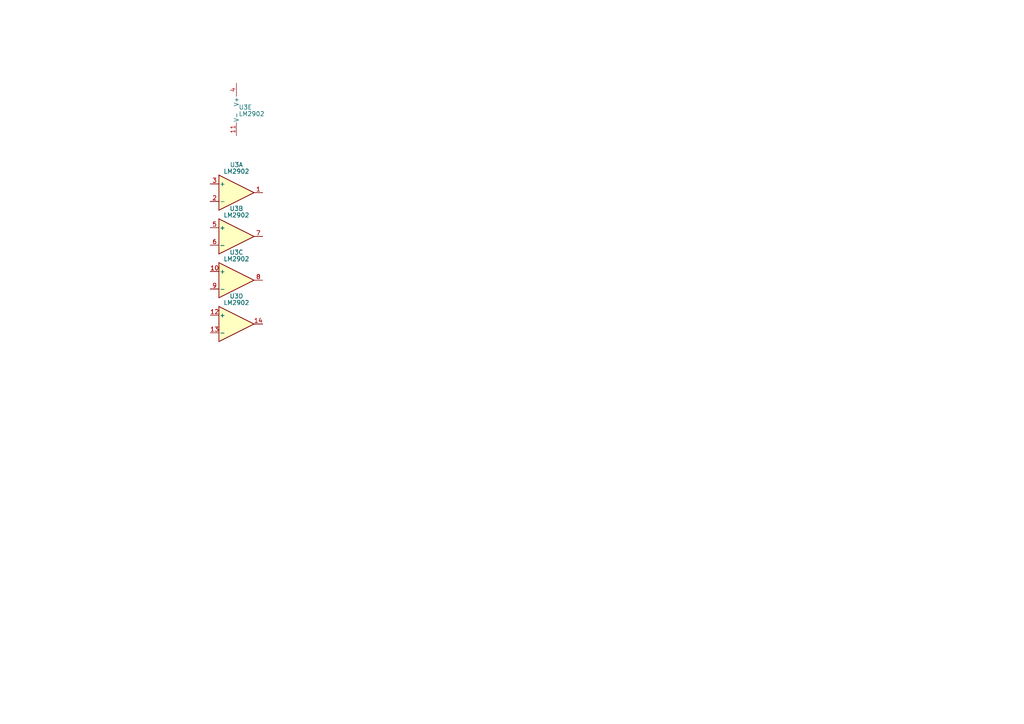
<source format=kicad_sch>
(kicad_sch (version 20230121) (generator eeschema)
  (paper "A4")
  (lib_symbols
    (symbol "Amplifier_Operational:LM2902" (pin_names (offset 0.127))
      (property "Reference" "U" (at 0 5.08 0))
      (property "Value" "LM2902" (at 0 -5.08 0))
      (symbol "LM2902_1_1"
        (polyline (pts (xy -5.08 5.08) (xy 5.08 0) (xy -5.08 -5.08) (xy -5.08 5.08)) (stroke (width 0.254)) (fill (type background)))
        (pin output line (at 7.62 0 180) (length 2.54) (name "~") (number "1"))
        (pin input line (at -7.62 -2.54 0) (length 2.54) (name "-") (number "2"))
        (pin input line (at -7.62 2.54 0) (length 2.54) (name "+") (number "3"))
      )
      (symbol "LM2902_2_1"
        (polyline (pts (xy -5.08 5.08) (xy 5.08 0) (xy -5.08 -5.08) (xy -5.08 5.08)) (stroke (width 0.254)) (fill (type background)))
        (pin input line (at -7.62 2.54 0) (length 2.54) (name "+") (number "5"))
        (pin input line (at -7.62 -2.54 0) (length 2.54) (name "-") (number "6"))
        (pin output line (at 7.62 0 180) (length 2.54) (name "~") (number "7"))
      )
      (symbol "LM2902_3_1"
        (polyline (pts (xy -5.08 5.08) (xy 5.08 0) (xy -5.08 -5.08) (xy -5.08 5.08)) (stroke (width 0.254)) (fill (type background)))
        (pin input line (at -7.62 2.54 0) (length 2.54) (name "+") (number "10"))
        (pin output line (at 7.62 0 180) (length 2.54) (name "~") (number "8"))
        (pin input line (at -7.62 -2.54 0) (length 2.54) (name "-") (number "9"))
      )
      (symbol "LM2902_4_1"
        (polyline (pts (xy -5.08 5.08) (xy 5.08 0) (xy -5.08 -5.08) (xy -5.08 5.08)) (stroke (width 0.254)) (fill (type background)))
        (pin input line (at -7.62 2.54 0) (length 2.54) (name "+") (number "12"))
        (pin input line (at -7.62 -2.54 0) (length 2.54) (name "-") (number "13"))
        (pin output line (at 7.62 0 180) (length 2.54) (name "~") (number "14"))
      )
      (symbol "LM2902_5_1"
        (pin power_in line (at -2.54 -7.62 90) (length 3.81) (name "V-") (number "11"))
        (pin power_in line (at -2.54 7.62 270) (length 3.81) (name "V+") (number "4"))
      )
    )
  )
  (symbol (lib_id "Amplifier_Operational:LM2902") (at 68.58 68.58 0) (unit 2)
    (property "Reference" "U3" (at 68.58 60.4901 0))
    (property "Value" "LM2902" (at 68.58 62.4111 0))
    (property "Footprint" "Package_SO:SOIC-14_3.9x8.7mm_P1.27mm" (effects hide))
    (property "Datasheet" "http://www.ti.com/lit/ds/symlink/lm2902-n.pdf" (effects hide))
  )
  (symbol (lib_id "Amplifier_Operational:LM2902") (at 68.58 55.88 0) (unit 1)
    (property "Reference" "U3" (at 68.58 47.7901 0))
    (property "Value" "LM2902" (at 68.58 49.7111 0))
    (property "Footprint" "Package_SO:SOIC-14_3.9x8.7mm_P1.27mm" (effects hide))
    (property "Datasheet" "http://www.ti.com/lit/ds/symlink/lm2902-n.pdf" (effects hide))
  )
  (symbol (lib_id "Amplifier_Operational:LM2902") (at 68.58 93.98 0) (unit 4)
    (property "Reference" "U3" (at 68.58 85.8901 0))
    (property "Value" "LM2902" (at 68.58 87.8111 0))
    (property "Footprint" "Package_SO:SOIC-14_3.9x8.7mm_P1.27mm" (effects hide))
    (property "Datasheet" "http://www.ti.com/lit/ds/symlink/lm2902-n.pdf" (effects hide))
  )
  (symbol (lib_id "Amplifier_Operational:LM2902") (at 68.58 81.28 0) (unit 3)
    (property "Reference" "U3" (at 68.58 73.1901 0))
    (property "Value" "LM2902" (at 68.58 75.1111 0))
    (property "Footprint" "Package_SO:SOIC-14_3.9x8.7mm_P1.27mm" (effects hide))
    (property "Datasheet" "http://www.ti.com/lit/ds/symlink/lm2902-n.pdf" (effects hide))
  )
  (symbol (lib_id "Amplifier_Operational:LM2902") (at 71.12 31.75 0) (unit 5)
    (property "Reference" "U3" (at 69.215 31.1063 0) (effects (justify left)))
    (property "Value" "LM2902" (at 69.215 33.0273 0) (effects (justify left)))
    (property "Footprint" "Package_SO:SOIC-14_3.9x8.7mm_P1.27mm" (effects hide))
    (property "Datasheet" "http://www.ti.com/lit/ds/symlink/lm2902-n.pdf" (effects hide))
  )
)
</source>
